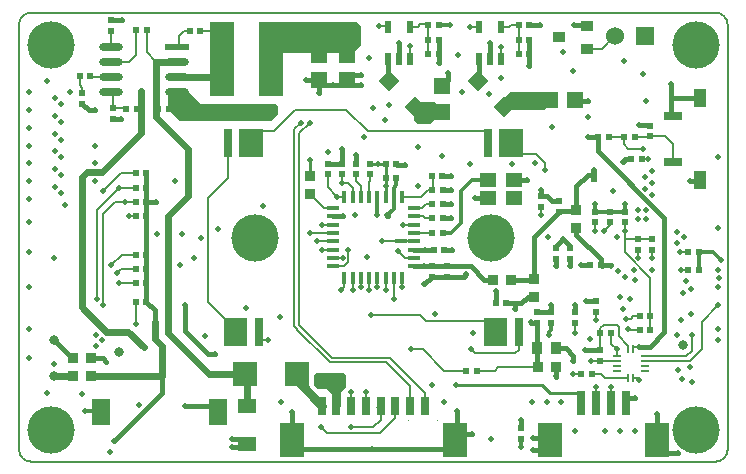
<source format=gbl>
%FSLAX44Y44*%
%MOMM*%
G71*
G01*
G75*
G04 Layer_Physical_Order=4*
G04 Layer_Color=16711680*
%ADD10R,0.5000X0.6000*%
%ADD11R,0.6000X0.5000*%
%ADD12R,0.5000X1.1000*%
%ADD13R,1.1000X0.5000*%
%ADD14R,0.8128X0.8128*%
%ADD15R,1.0160X0.8890*%
%ADD16R,2.4000X1.2500*%
%ADD17R,1.2000X1.2500*%
%ADD18R,0.8890X1.0160*%
%ADD19R,1.6002X1.2954*%
%ADD20R,0.7600X1.5200*%
%ADD21R,0.8128X0.8128*%
%ADD22R,1.0668X0.8128*%
G04:AMPARAMS|DCode=23|XSize=0.22mm|YSize=0.8mm|CornerRadius=0mm|HoleSize=0mm|Usage=FLASHONLY|Rotation=90.000|XOffset=0mm|YOffset=0mm|HoleType=Round|Shape=RoundedRectangle|*
%AMROUNDEDRECTD23*
21,1,0.2200,0.8000,0,0,90.0*
21,1,0.2200,0.8000,0,0,90.0*
1,1,0.0000,0.4000,0.1100*
1,1,0.0000,0.4000,-0.1100*
1,1,0.0000,-0.4000,-0.1100*
1,1,0.0000,-0.4000,0.1100*
%
%ADD23ROUNDEDRECTD23*%
G04:AMPARAMS|DCode=24|XSize=0.22mm|YSize=0.8mm|CornerRadius=0mm|HoleSize=0mm|Usage=FLASHONLY|Rotation=0.000|XOffset=0mm|YOffset=0mm|HoleType=Round|Shape=RoundedRectangle|*
%AMROUNDEDRECTD24*
21,1,0.2200,0.8000,0,0,0.0*
21,1,0.2200,0.8000,0,0,0.0*
1,1,0.0000,0.1100,-0.4000*
1,1,0.0000,-0.1100,-0.4000*
1,1,0.0000,-0.1100,0.4000*
1,1,0.0000,0.1100,0.4000*
%
%ADD24ROUNDEDRECTD24*%
%ADD25R,4.3000X4.3000*%
%ADD26R,0.7000X0.6000*%
%ADD27R,1.2500X0.3000*%
%ADD28R,0.7000X1.6000*%
%ADD29R,1.1000X1.4000*%
%ADD30R,1.6000X1.4000*%
%ADD31R,1.2000X2.2000*%
%ADD32R,1.2000X1.4000*%
%ADD33R,0.8000X1.6000*%
%ADD34R,1.4000X0.6000*%
%ADD35P,1.8385X4X90.0*%
%ADD36R,1.2700X0.5080*%
%ADD37R,1.3970X1.3970*%
%ADD38R,1.2000X1.6000*%
%ADD39R,1.5000X0.4000*%
%ADD40C,0.4000*%
%ADD41C,0.2000*%
%ADD42C,0.3000*%
%ADD43C,0.2540*%
%ADD44C,0.1270*%
%ADD45C,0.6000*%
%ADD46R,1.3000X1.2000*%
%ADD47C,0.0254*%
%ADD48C,4.4000*%
%ADD49C,0.5000*%
G04:AMPARAMS|DCode=50|XSize=4mm|YSize=4mm|CornerRadius=2mm|HoleSize=0mm|Usage=FLASHONLY|Rotation=0.000|XOffset=0mm|YOffset=0mm|HoleType=Round|Shape=RoundedRectangle|*
%AMROUNDEDRECTD50*
21,1,4.0000,0.0000,0,0,0.0*
21,1,0.0000,4.0000,0,0,0.0*
1,1,4.0000,0.0000,0.0000*
1,1,4.0000,0.0000,0.0000*
1,1,4.0000,0.0000,0.0000*
1,1,4.0000,0.0000,0.0000*
%
%ADD50ROUNDEDRECTD50*%
%ADD51R,1.5240X1.5240*%
%ADD52C,1.5240*%
%ADD53C,3.6000*%
%ADD54R,1.4000X1.2000*%
%ADD55R,0.4000X1.0000*%
%ADD56R,1.0000X0.4000*%
%ADD57R,1.6000X1.2000*%
%ADD58O,2.0320X0.6096*%
%ADD59R,2.0320X0.6096*%
%ADD60R,0.7250X2.3500*%
%ADD61R,1.3970X1.3970*%
%ADD62P,1.8385X4X180.0*%
%ADD63R,0.2000X0.7500*%
%ADD64R,0.7500X0.2000*%
%ADD65R,1.5000X0.8000*%
%ADD66R,1.0000X1.5000*%
%ADD67R,2.1000X3.0000*%
%ADD68R,0.8000X2.1000*%
%ADD69R,1.6000X2.2000*%
%ADD70C,0.8000*%
G04:AMPARAMS|DCode=71|XSize=2mm|YSize=2mm|CornerRadius=0mm|HoleSize=0mm|Usage=FLASHONLY|Rotation=180.000|XOffset=0mm|YOffset=0mm|HoleType=Round|Shape=RoundedRectangle|*
%AMROUNDEDRECTD71*
21,1,2.0000,2.0000,0,0,180.0*
21,1,2.0000,2.0000,0,0,180.0*
1,1,0.0000,-1.0000,1.0000*
1,1,0.0000,1.0000,1.0000*
1,1,0.0000,1.0000,-1.0000*
1,1,0.0000,-1.0000,-1.0000*
%
%ADD71ROUNDEDRECTD71*%
%ADD72R,2.1500X6.3000*%
%ADD73C,0.8000*%
%ADD74R,1.1000X0.4000*%
%ADD75R,1.9250X2.3500*%
%ADD76C,4.0000*%
G36*
X55500Y110500D02*
Y103500D01*
X48000Y96000D01*
X37650D01*
X34144Y99506D01*
Y112144D01*
X36000Y114000D01*
X52000D01*
X55500Y110500D01*
D02*
G37*
G36*
X189594Y57406D02*
Y47594D01*
X189000Y47000D01*
X185000D01*
X184127Y47873D01*
Y57533D01*
X185594Y59000D01*
X188000D01*
X189594Y57406D01*
D02*
G37*
G36*
X-23000Y-117000D02*
Y-127000D01*
X-27250Y-131250D01*
Y-143854D01*
X-35250D01*
Y-132750D01*
X-39566Y-128434D01*
X-47000D01*
X-50000Y-125434D01*
Y-117000D01*
X-48000Y-115000D01*
X-25000D01*
X-23000Y-117000D01*
D02*
G37*
G36*
X-10000Y178000D02*
Y163000D01*
X-16732Y156268D01*
X-84000D01*
Y179000D01*
X-81000Y182000D01*
X-14000D01*
X-10000Y178000D01*
D02*
G37*
G36*
X148340Y120160D02*
Y110840D01*
X145500Y108000D01*
X112500D01*
X108500Y112000D01*
Y115000D01*
X116500Y123000D01*
X145500D01*
X148340Y120160D01*
D02*
G37*
G36*
X-146000Y113000D02*
X-83000D01*
X-81000Y111000D01*
Y104000D01*
X-87000Y98000D01*
X-164000D01*
X-173885Y107885D01*
X-174019D01*
Y122730D01*
X-170749Y126000D01*
X-159000D01*
X-146000Y113000D01*
D02*
G37*
D10*
X49770Y28000D02*
D03*
X58770D02*
D03*
X49770Y16000D02*
D03*
X58770D02*
D03*
X19500Y50000D02*
D03*
X10500D02*
D03*
X49500Y52000D02*
D03*
X58500D02*
D03*
X49770Y40000D02*
D03*
X58770D02*
D03*
X123230Y167031D02*
D03*
X132230D02*
D03*
X55656Y154830D02*
D03*
X46656D02*
D03*
X55656Y179230D02*
D03*
X46656D02*
D03*
X234500Y-79000D02*
D03*
X225500D02*
D03*
X234500Y-67000D02*
D03*
X225500D02*
D03*
X-199978Y108729D02*
D03*
X-208978D02*
D03*
X190500Y85000D02*
D03*
X199500D02*
D03*
X-192101Y-55000D02*
D03*
X-201101D02*
D03*
X183500Y-24000D02*
D03*
X192500D02*
D03*
X103500Y-56000D02*
D03*
X112500D02*
D03*
X78500Y-113000D02*
D03*
X87500D02*
D03*
X60040Y-11000D02*
D03*
X51040D02*
D03*
X176000Y-116000D02*
D03*
X185000D02*
D03*
X221500Y85000D02*
D03*
X212500D02*
D03*
X19500Y62000D02*
D03*
X10500D02*
D03*
X-155354Y174853D02*
D03*
X-146354D02*
D03*
X266500Y-13000D02*
D03*
X275500D02*
D03*
Y-28000D02*
D03*
X266500D02*
D03*
X-239500Y136000D02*
D03*
X-248500D02*
D03*
X-192003Y175642D02*
D03*
X-201003D02*
D03*
X-173062Y108887D02*
D03*
X-182062D02*
D03*
X58770Y3500D02*
D03*
X49770D02*
D03*
X46656Y167031D02*
D03*
X55656D02*
D03*
X-201101Y30000D02*
D03*
X-192101D02*
D03*
X-201101Y42000D02*
D03*
X-192101D02*
D03*
X-201101Y18000D02*
D03*
X-192101D02*
D03*
X-201101Y-39000D02*
D03*
X-192101D02*
D03*
X-201101Y-15000D02*
D03*
X-192101D02*
D03*
X-201101Y-27000D02*
D03*
X-192101D02*
D03*
Y54000D02*
D03*
X-201101D02*
D03*
X201123Y-81350D02*
D03*
X192123D02*
D03*
X132230Y179230D02*
D03*
X123230D02*
D03*
Y154830D02*
D03*
X132230D02*
D03*
X227500Y66000D02*
D03*
X218500D02*
D03*
D11*
X-14588Y53230D02*
D03*
Y62230D02*
D03*
X-2730D02*
D03*
Y53230D02*
D03*
X142000Y34500D02*
D03*
Y25500D02*
D03*
X-38730Y53230D02*
D03*
Y62230D02*
D03*
X-26730Y53230D02*
D03*
Y62230D02*
D03*
X-220676Y99941D02*
D03*
Y108941D02*
D03*
X62081Y-24500D02*
D03*
Y-33500D02*
D03*
X188178Y-54500D02*
D03*
Y-63500D02*
D03*
X234000Y94500D02*
D03*
Y85500D02*
D03*
X139000Y-63500D02*
D03*
Y-72500D02*
D03*
X157000Y21500D02*
D03*
Y30500D02*
D03*
X150678Y-72500D02*
D03*
Y-63500D02*
D03*
X170678D02*
D03*
Y-72500D02*
D03*
X50000Y-33500D02*
D03*
Y-24500D02*
D03*
X-222000Y183500D02*
D03*
Y174500D02*
D03*
X200000Y21500D02*
D03*
Y12500D02*
D03*
X188000Y21500D02*
D03*
Y12500D02*
D03*
X236000Y-1500D02*
D03*
Y-10500D02*
D03*
X224000D02*
D03*
Y-1500D02*
D03*
X213000Y12500D02*
D03*
Y21500D02*
D03*
X-246450Y113000D02*
D03*
Y122000D02*
D03*
X166632Y-18534D02*
D03*
Y-9534D02*
D03*
X192000Y-95500D02*
D03*
Y-104500D02*
D03*
X155000Y-18500D02*
D03*
Y-9500D02*
D03*
X124750Y-170500D02*
D03*
Y-161500D02*
D03*
D12*
X108230Y177730D02*
D03*
X89230D02*
D03*
Y150730D02*
D03*
X98730D02*
D03*
X108230D02*
D03*
X31500Y177730D02*
D03*
X12500D02*
D03*
Y150730D02*
D03*
X22000D02*
D03*
X31500D02*
D03*
D14*
X-238830Y-117500D02*
D03*
X-254070D02*
D03*
X-238830Y-102500D02*
D03*
X-254070D02*
D03*
X116620Y-36000D02*
D03*
X101380D02*
D03*
X154620Y-110000D02*
D03*
X139380D02*
D03*
D18*
X155001Y-94000D02*
D03*
X138999D02*
D03*
D21*
X-54000Y36380D02*
D03*
Y51620D02*
D03*
X172000Y22620D02*
D03*
Y7380D02*
D03*
X136000Y-35135D02*
D03*
Y-50375D02*
D03*
D22*
X180544Y178589D02*
D03*
Y159513D02*
D03*
X157608Y169051D02*
D03*
D33*
X43750Y-142584D02*
D03*
X18750D02*
D03*
X-43750D02*
D03*
X-31250D02*
D03*
X-18750D02*
D03*
X-6250D02*
D03*
X6250D02*
D03*
X31250D02*
D03*
D37*
X170795Y116000D02*
D03*
X149205D02*
D03*
D40*
X-240950Y107500D02*
X-235900D01*
X-246450Y113000D02*
X-240950Y107500D01*
X112500Y-56000D02*
X120000D01*
Y-61000D02*
Y-56000D01*
X130678Y-50375D02*
X136000D01*
X120000Y-56000D02*
X125053D01*
X130678Y-50375D01*
X19500Y62000D02*
X20230D01*
Y61270D02*
X26842D01*
X133178Y-72500D02*
X139000D01*
X169500Y-105000D02*
Y-100500D01*
X163000Y-94000D02*
X169500Y-100500D01*
X155001Y-94000D02*
X163000D01*
X-185000Y-72000D02*
Y-62101D01*
X-192101Y-55000D02*
Y-37053D01*
Y-55000D02*
X-185000Y-62101D01*
X86340Y33340D02*
X97364D01*
X60040Y-11000D02*
X66500D01*
X50000Y-33500D02*
X62081D01*
X76500D02*
X78736Y-31263D01*
X62081Y-33500D02*
X76500D01*
X12000Y18000D02*
X12250Y18250D01*
X-220676Y99941D02*
X-213941D01*
X58770Y16000D02*
X66000D01*
X58770Y28000D02*
X66000D01*
X58770Y40000D02*
X66000D01*
X58500Y52000D02*
X66000D01*
X66000Y52000D01*
X151388Y30500D02*
X157000D01*
X147388Y34500D02*
X151388Y30500D01*
X142000Y34500D02*
X147388D01*
X141730Y34770D02*
Y40158D01*
X43000Y-40000D02*
X49500Y-33500D01*
X-34250Y17500D02*
X-25500D01*
X-14588Y62230D02*
Y69412D01*
X-26730Y62230D02*
Y74255D01*
X-38730Y62230D02*
X-26730D01*
X166632Y-24368D02*
Y-18534D01*
Y-9534D02*
Y-7866D01*
X160632Y-1866D02*
X166632Y-7866D01*
X155000Y-7498D02*
X160632Y-1866D01*
X155000Y-9500D02*
Y-7498D01*
X157795Y21795D02*
X171045D01*
X136000Y0D02*
X157795Y21795D01*
X136000Y-35135D02*
Y0D01*
X119364Y48340D02*
X130340D01*
X171045Y21795D02*
X172000Y22750D01*
X43500Y-10500D02*
X50540D01*
X34250D02*
X43500D01*
X43000Y-24500D02*
X65500D01*
X34250D02*
X43000D01*
X65500Y-24500D02*
X65500Y-24500D01*
X82500D01*
X94000Y-36000D02*
X101380D01*
X82500Y-24500D02*
X94000Y-36000D01*
X48000Y-24500D02*
X65500D01*
X192500Y-24000D02*
Y-18500D01*
X172000Y2000D02*
X192500Y-18500D01*
X172000Y2000D02*
Y7380D01*
X-238830Y-102500D02*
X-228982D01*
X-226140Y-105342D01*
X-270400Y-87500D02*
X-255400Y-102500D01*
X-254070D01*
X182000Y53000D02*
X187000D01*
X268040Y47700D02*
X276300D01*
X-69000Y-171334D02*
Y-148000D01*
X103500Y-56000D02*
Y-46000D01*
X116620Y-36000D02*
X135135D01*
X136000Y-35135D01*
X180500Y-54500D02*
X188178D01*
X170678Y-63500D02*
Y-57106D01*
X139000Y-63500D02*
X150678D01*
Y-57106D01*
X155000Y-24334D02*
Y-18500D01*
X176000Y-24000D02*
X183500D01*
X170000Y180000D02*
X179133D01*
X133000D02*
X141000D01*
X-219500Y-172500D02*
X-179000Y-132000D01*
X-140000Y-99000D02*
X-134000D01*
X-159500Y-79500D02*
X-140000Y-99000D01*
X-159500Y-79500D02*
Y-57500D01*
X-120000Y-171000D02*
X-111000D01*
X-120000Y-178000D02*
X-110000D01*
X-221500Y184000D02*
X-213000D01*
X-34000Y129000D02*
X-26042D01*
X-46000Y122000D02*
Y132603D01*
Y129000D02*
X-34000D01*
X-20000Y137112D02*
X-10000D01*
X-57000Y133000D02*
X-46397D01*
X62842Y132637D02*
Y138730D01*
X22000Y150730D02*
Y164230D01*
X98730Y150730D02*
Y164230D01*
X171795Y115000D02*
X182000D01*
X225000Y95000D02*
X233500D01*
X215000Y-136000D02*
X222000D01*
X190500Y72530D02*
X246450Y16580D01*
X190500Y72530D02*
Y85000D01*
X182000D02*
X190500D01*
X246450Y-80550D02*
Y16580D01*
X234000Y-93000D02*
X246450Y-80550D01*
X225000Y-93000D02*
X234000D01*
X-192101Y41899D02*
Y54000D01*
X179500Y-95500D02*
X192000D01*
X154620Y-118000D02*
Y-110000D01*
Y-118640D02*
Y-118000D01*
X132000Y145000D02*
Y154600D01*
X132230D02*
Y167230D01*
X193845Y-23892D02*
X201532D01*
X193845Y-24186D02*
Y-23892D01*
X-192101Y29704D02*
X-184000D01*
X-192101Y-37053D02*
Y29704D01*
Y41899D01*
X-159000Y-143000D02*
X-135930D01*
X172000Y43000D02*
X182000Y53000D01*
X172000Y22620D02*
Y22750D01*
Y43000D01*
X12500Y129500D02*
Y150730D01*
X89230Y128730D02*
Y150730D01*
X139000Y-110000D02*
Y-72500D01*
X123000Y-80000D02*
Y-70750D01*
X55656Y154830D02*
Y167031D01*
Y147156D02*
Y154830D01*
X-179000Y-132000D02*
Y-117500D01*
X135000Y-170000D02*
X148416D01*
X135000Y-180000D02*
X141584D01*
X71002Y-167002D02*
X83663D01*
X71000Y-169834D02*
Y-147000D01*
X246416Y-183000D02*
X258000D01*
X124750Y-161500D02*
Y-155250D01*
X240000Y-171584D02*
Y-150000D01*
X-61834Y-179000D02*
X-1000D01*
X61834D01*
X252000Y104600D02*
X253700Y102900D01*
X252000Y118000D02*
X276300D01*
X252000Y104600D02*
Y130000D01*
X213000Y66000D02*
X218500D01*
X211000Y64000D02*
X213000Y66000D01*
X-20000Y129000D02*
X-10000D01*
D41*
X-66000Y108000D02*
X-23000D01*
X-84000Y90000D02*
X-66000Y108000D01*
X-96249Y90000D02*
X-84000D01*
X-97000Y89249D02*
X-96249Y90000D01*
X-97000Y80000D02*
Y89249D01*
X-23000Y108000D02*
X-4500Y89500D01*
X-248500Y128500D02*
Y136000D01*
Y128500D02*
X-246450Y126450D01*
Y122000D02*
Y126450D01*
X-230244Y135756D02*
X-220699D01*
X-239491Y135990D02*
X-222080D01*
X218571Y-79000D02*
X225500D01*
X217071Y-77500D02*
X218571Y-79000D01*
X215500Y-77500D02*
X217071D01*
X213657Y-69000D02*
X217931D01*
X219931Y-67000D02*
X225500D01*
X217931Y-69000D02*
X219931Y-67000D01*
X278000Y-95000D02*
Y-71500D01*
X268000Y-105000D02*
X278000Y-95000D01*
X230000Y-105000D02*
X268000D01*
X278000Y-71500D02*
X292000Y-57500D01*
X-4500Y89500D02*
X95500D01*
X7500Y-3500D02*
X34250D01*
X-2000Y-66000D02*
X39664D01*
X44332Y-70668D01*
X-229000Y19578D02*
X-218578Y30000D01*
X-229000Y-57610D02*
Y19578D01*
X-234000Y23000D02*
X-215000Y42000D01*
X-234000Y-52500D02*
Y23000D01*
X-210500Y30000D02*
X-201101D01*
X-218578D02*
X-210500D01*
X-215000Y42000D02*
X-201101D01*
X-213000Y-15000D02*
X-201101D01*
X-222000Y-24000D02*
X-213000Y-15000D01*
X-213931Y-27000D02*
X-201101D01*
X-217000Y-30069D02*
X-213931Y-27000D01*
X-215000Y-39000D02*
X-201500D01*
X-207000Y18000D02*
X-201101D01*
X43000Y-40000D02*
X43500D01*
X-21000Y-20795D02*
Y-11000D01*
X-24705Y-24500D02*
X-21000Y-20795D01*
X-34250Y-24500D02*
X-24705D01*
X-34250Y-17500D02*
X-25500D01*
X138000Y70000D02*
X145000Y63000D01*
Y57000D02*
Y63000D01*
X123000Y70000D02*
X138000D01*
X123000Y70000D02*
X123000Y70000D01*
X123000Y70000D02*
Y80000D01*
X21000Y-12000D02*
X26500Y-17500D01*
X34250D01*
X-21730Y45730D02*
X-17500Y41500D01*
X-26730Y45730D02*
X-21730D01*
X-17500Y34250D02*
Y41500D01*
X142000Y18322D02*
Y25500D01*
X97000Y-80000D02*
Y-71000D01*
X96668Y-70668D02*
X97000Y-71000D01*
X44332Y-70668D02*
X96668D01*
X25500Y10500D02*
X34250D01*
X46000Y40000D02*
X49770D01*
X40250Y34250D02*
X46000Y40000D01*
X24500Y34250D02*
X40250D01*
X49770Y41000D02*
X50500D01*
X-3500Y34250D02*
Y47000D01*
X-2730Y47770D01*
Y53230D01*
X-14588Y47106D02*
Y53230D01*
Y47106D02*
X-10500Y43018D01*
Y34250D02*
Y43018D01*
X-38730Y42230D02*
X-30750Y34250D01*
X-26730Y45730D02*
Y53230D01*
X-38730Y42230D02*
Y53230D01*
X-30750Y34250D02*
X-24500D01*
X-54000Y36380D02*
X-42120Y24500D01*
X-34250D01*
X45000Y28000D02*
X49770D01*
X41500Y24500D02*
X45000Y28000D01*
X34250Y24500D02*
X41500D01*
X44000Y16000D02*
X49770D01*
X42500Y17500D02*
X44000Y16000D01*
X34250Y17500D02*
X42500D01*
X-24500Y-42000D02*
Y-34250D01*
X-27000Y-44500D02*
X-24500Y-42000D01*
X24500Y-42500D02*
Y-34250D01*
X10500Y-44500D02*
Y-34250D01*
X3500Y-42500D02*
Y-34250D01*
X-3500Y-44500D02*
Y-34250D01*
X-43500Y10500D02*
X-34250D01*
X-48013Y-3500D02*
X-34250D01*
X-54000Y3500D02*
X-34250D01*
X-43500Y-10500D02*
X-34250D01*
X-214000Y54000D02*
X-201101D01*
X-229000Y39000D02*
X-214000Y54000D01*
X17500Y-52500D02*
Y-34250D01*
X50500Y41000D02*
Y51000D01*
X34250Y3500D02*
X49770D01*
X-63000Y-74000D02*
X-35000Y-102000D01*
X-63000Y-74000D02*
Y88000D01*
X-54000Y97000D01*
X-64500Y-78500D02*
X-37000Y-106000D01*
X-67000Y91477D02*
X-61477Y97000D01*
X-67000Y-75657D02*
Y91477D01*
Y-75657D02*
X-64500Y-78157D01*
Y-78500D02*
Y-78157D01*
X-10500Y-42500D02*
Y-34250D01*
X-17500Y-44500D02*
Y-34250D01*
X-140000Y33000D02*
X-123000Y50000D01*
X-140000Y-55000D02*
Y33000D01*
Y-55000D02*
X-125499Y-69501D01*
Y-77501D02*
Y-69501D01*
Y-77501D02*
X-123000Y-80000D01*
X31250Y-142584D02*
Y-126250D01*
X11000Y-106000D02*
X31250Y-126250D01*
X-37000Y-106000D02*
X11000D01*
X14000Y-102000D02*
X43750Y-131750D01*
X-35000Y-102000D02*
X14000D01*
X223000Y-119000D02*
X225000Y-121000D01*
X220000Y-119000D02*
X223000D01*
X212500Y78500D02*
X216000Y75000D01*
X228000D01*
X212500Y78500D02*
Y85000D01*
X221500D02*
X233500D01*
X199500D02*
X212500D01*
X220000Y-93000D02*
X225000D01*
X200000Y10000D02*
Y12500D01*
X195000Y5000D02*
X200000Y10000D01*
X97000Y80000D02*
Y88000D01*
X95500Y89500D02*
X97000Y88000D01*
X-6250Y-142584D02*
Y-131000D01*
X-18750Y-142584D02*
Y-131000D01*
X137919Y-110000D02*
X138919Y-109000D01*
X103000Y-113000D02*
X106000Y-110000D01*
X137919D02*
X139380D01*
X106000D02*
X137919D01*
X87500Y-113000D02*
X103000D01*
X41680Y-94680D02*
X60000Y-113000D01*
X31680Y-94680D02*
X41680D01*
X31540Y-94820D02*
X31680Y-94680D01*
X83000Y-95000D02*
X86000Y-98000D01*
X120354D01*
X123000Y-95354D01*
Y-80000D01*
X60000Y-113000D02*
X78500D01*
X170678Y-81188D02*
Y-74500D01*
X188178Y-70000D02*
Y-63500D01*
X192000Y-95500D02*
Y-82000D01*
X185000Y-116000D02*
X193000D01*
X196000Y-119000D01*
X216000D01*
X180544Y159513D02*
X193513D01*
X204000Y170000D01*
X204300D01*
X46656Y154830D02*
Y180384D01*
X39884D02*
X46656D01*
X37500Y178000D02*
X39884Y180384D01*
X31500Y178000D02*
X37500D01*
X123230Y155230D02*
Y179230D01*
X116730D02*
X123230D01*
X108230Y177730D02*
X115230D01*
X116730Y179230D01*
X184500Y-104500D02*
X192000D01*
Y-105000D02*
X206000D01*
X201123Y-90123D02*
Y-81350D01*
Y-90123D02*
X206000Y-95000D01*
Y-101000D02*
Y-95000D01*
X-135930Y-143000D02*
X-131149Y-147781D01*
X6250Y-154750D02*
Y-142584D01*
X-19000Y-161000D02*
X-0D01*
X6250Y-154750D01*
X-44380Y-161000D02*
X-39380Y-166000D01*
X6000D01*
X18750Y-153250D01*
Y-142584D01*
X5000Y178500D02*
X12000D01*
X81730Y178230D02*
X88730D01*
X31500Y151000D02*
Y161500D01*
X108230Y150730D02*
Y161230D01*
X43750Y-142584D02*
Y-131750D01*
X206000Y-74000D02*
X208000Y-76000D01*
X192123Y-81350D02*
Y-76961D01*
X195083Y-74000D01*
X206000D01*
X169500Y-116000D02*
X176000D01*
X213000Y5000D02*
Y12500D01*
X224000Y-17500D02*
Y-10500D01*
X236000Y-17500D02*
Y-10500D01*
X234500Y-79000D02*
Y-67000D01*
Y-34500D01*
X213000Y-13000D02*
X234500Y-34500D01*
X213000Y-13000D02*
Y5000D01*
Y-1000D02*
X213500Y-1500D01*
X236000D01*
X208000Y-84000D02*
Y-76000D01*
Y-84000D02*
X216000Y-92000D01*
Y-95000D02*
Y-92000D01*
X187979Y5000D02*
Y12479D01*
X259500Y-12500D02*
X266000D01*
X260500Y-28000D02*
X266500D01*
X-220699Y108964D02*
Y123056D01*
Y108964D02*
X-220676Y108941D01*
X-209190D01*
X-201101Y-73500D02*
Y-55000D01*
X-97000Y-84000D02*
Y-80000D01*
Y-84000D02*
X-94000Y-87000D01*
X-89000D01*
X-123000Y50000D02*
Y80000D01*
X115000Y73000D02*
X118366Y76366D01*
X122467D01*
X270000Y-96000D02*
Y-82500D01*
X265000Y-101000D02*
X270000Y-96000D01*
X230000Y-101000D02*
X265000D01*
X-222080Y161390D02*
Y174291D01*
X-201003Y153997D02*
Y175642D01*
X-206544Y148456D02*
X-201003Y153997D01*
X-220699Y148456D02*
X-206544D01*
X-146354Y174853D02*
X-133853D01*
X-127831Y168831D01*
Y150546D02*
Y168831D01*
X-160147Y174853D02*
X-155354D01*
X-164819Y170181D02*
X-160147Y174853D01*
X-164819Y161156D02*
Y170181D01*
X-192003Y156793D02*
X-183666Y148456D01*
X-192003Y156793D02*
Y175642D01*
X188750Y-140584D02*
Y-126587D01*
X201250Y-140584D02*
Y-126587D01*
Y-126250D01*
X247349Y85500D02*
X253700Y79149D01*
X234000Y85500D02*
X247349D01*
X253700Y63200D02*
Y79149D01*
X227500Y66000D02*
X233000D01*
X289941Y-190000D02*
G03*
X299941Y-180000I0J10000D01*
G01*
Y180000D02*
G03*
X289941Y190000I-10000J0D01*
G01*
X-300000Y-180000D02*
G03*
X-290000Y-190000I10000J0D01*
G01*
Y190000D02*
G03*
X-300000Y180000I0J-10000D01*
G01*
X300000Y-180000D02*
Y180000D01*
X-300000Y-180000D02*
Y180000D01*
X-290000Y-190000D02*
X289941Y-190000D01*
X-290000Y190000D02*
X289941Y190000D01*
X-290000D02*
G03*
X-300000Y180000I0J-10000D01*
G01*
Y-180000D02*
G03*
X-290000Y-190000I10000J0D01*
G01*
X299941Y180000D02*
G03*
X289941Y190000I-10000J0D01*
G01*
Y-190000D02*
G03*
X299941Y-180000I0J10000D01*
G01*
X-290000Y190000D02*
X289941Y190000D01*
X-290000Y-190000D02*
X289941Y-190000D01*
X-300000Y-180000D02*
Y180000D01*
X300000Y-180000D02*
Y180000D01*
D42*
X124750Y-177750D02*
Y-170500D01*
X150678Y-79000D02*
Y-72500D01*
X149000Y-80678D02*
X150678Y-79000D01*
X149000Y-83000D02*
Y-80678D01*
X12000Y18500D02*
X17500Y24000D01*
Y34250D01*
X19500Y44000D02*
Y50000D01*
X17500Y42000D02*
X19500Y44000D01*
X17500Y34250D02*
Y42000D01*
X3500Y18500D02*
Y34250D01*
X74000Y39000D02*
X83340Y48340D01*
X58770Y3500D02*
X65500D01*
X74000Y12000D01*
Y39000D01*
X83340Y48340D02*
X97364D01*
X-244000Y-147000D02*
X-231430D01*
X188000Y21500D02*
X213000D01*
Y28000D01*
X188000Y21500D02*
Y28000D01*
X56426Y180000D02*
X65000D01*
X288000Y-13000D02*
X294000Y-19000D01*
X275500Y-13000D02*
X288000D01*
X275500Y-28000D02*
Y-13000D01*
D43*
X150000Y-132000D02*
X173000D01*
X143000Y-125000D02*
X150000Y-132000D01*
X70000Y-125000D02*
X143000D01*
X-2730Y62230D02*
X4000D01*
X10270D01*
X-54000Y51620D02*
Y65000D01*
X10500Y43500D02*
Y62000D01*
X10270Y62230D02*
X10500Y62000D01*
Y34250D02*
Y43500D01*
D45*
X-197000Y87855D02*
Y124000D01*
X-229855Y55000D02*
X-197000Y87855D01*
X-242000Y55000D02*
X-229855D01*
X-157000Y35000D02*
Y75000D01*
X-183666Y101666D02*
X-157000Y75000D01*
X-183666Y101666D02*
Y148456D01*
X-226000Y-80000D02*
X-207616D01*
X-246450Y-59550D02*
X-226000Y-80000D01*
X-246450Y-59550D02*
Y50550D01*
X-185000Y-86000D02*
Y-72000D01*
X-270400Y-117500D02*
X-254070D01*
X-246450Y50550D02*
X-242000Y55000D01*
X-174000Y18000D02*
X-157000Y35000D01*
X-174000Y-81000D02*
Y18000D01*
Y-81000D02*
X-139000Y-116000D01*
X-207616Y-80000D02*
X-194442Y-93174D01*
X-238830Y-117500D02*
X-179000D01*
X-164819Y135756D02*
X-131293D01*
X-183666Y148456D02*
X-164819D01*
X-139000Y-116000D02*
X-109000D01*
X-107000Y-118000D01*
Y-143000D02*
Y-118000D01*
X-179000Y-117500D02*
Y-92000D01*
X-185000Y-86000D02*
X-179000Y-92000D01*
D47*
X53993Y-154584D02*
X54000D01*
X27493Y-143984D02*
X27500D01*
X2493D02*
X2500D01*
X28993Y-154584D02*
X29000D01*
D49*
X-276200Y-132000D02*
D03*
Y132000D02*
D03*
X60000Y-140000D02*
D03*
X50000Y-125000D02*
D03*
X-96000Y105000D02*
D03*
X-108000D02*
D03*
X-120000D02*
D03*
X-132000D02*
D03*
X-144000D02*
D03*
X260500Y-70000D02*
D03*
X269000Y-65000D02*
D03*
X7500Y-3500D02*
D03*
X25500Y10500D02*
D03*
X-222000Y-24000D02*
D03*
X-217000Y-30069D02*
D03*
X-207000Y18000D02*
D03*
X86340Y33340D02*
D03*
X66500Y-11000D02*
D03*
X108000Y135000D02*
D03*
X10000Y99000D02*
D03*
X-15131Y19131D02*
D03*
X12000Y18500D02*
D03*
X3500D02*
D03*
X-213941Y99941D02*
D03*
X66000Y16000D02*
D03*
Y28000D02*
D03*
Y40000D02*
D03*
X66000Y52000D02*
D03*
X-5000Y-16431D02*
D03*
X-21000Y-11000D02*
D03*
X-25500Y17500D02*
D03*
X-38596Y72000D02*
D03*
X-26730Y74255D02*
D03*
X4000Y62230D02*
D03*
X-54000Y65000D02*
D03*
X145000Y57000D02*
D03*
X151620Y93620D02*
D03*
X21000Y-12000D02*
D03*
X166632Y-24368D02*
D03*
X142000Y18322D02*
D03*
X130340Y48340D02*
D03*
X37500Y43000D02*
D03*
X-3500Y-44500D02*
D03*
X-54000Y3500D02*
D03*
X-43500Y-10500D02*
D03*
X17500Y-52500D02*
D03*
X43000Y-24500D02*
D03*
X3500Y-42500D02*
D03*
X24500D02*
D03*
X-26730Y45730D02*
D03*
X58000Y69000D02*
D03*
X37500Y76000D02*
D03*
X-8000Y84500D02*
D03*
X43500Y-10500D02*
D03*
X10500Y43500D02*
D03*
X-31000Y34000D02*
D03*
X-43500Y10500D02*
D03*
X-25500Y-17500D02*
D03*
X-48013Y-3500D02*
D03*
X43000Y-40000D02*
D03*
X-10500Y-42500D02*
D03*
X-17500Y-44500D02*
D03*
X-27000D02*
D03*
X187000Y49431D02*
D03*
X268040Y47700D02*
D03*
X141730Y40158D02*
D03*
X183313Y-86000D02*
D03*
X100000Y-171000D02*
D03*
X213000Y28000D02*
D03*
X188000D02*
D03*
X-156000Y105000D02*
D03*
X-194442Y-93174D02*
D03*
X-93000Y26000D02*
D03*
X78736Y-31263D02*
D03*
X-26000Y-118000D02*
D03*
Y-125000D02*
D03*
X-33000D02*
D03*
X-47000D02*
D03*
X-40000Y-118000D02*
D03*
X-47000D02*
D03*
X-33000D02*
D03*
X-235900Y107500D02*
D03*
X-257000Y122500D02*
D03*
X-235900Y77500D02*
D03*
Y62500D02*
D03*
Y47500D02*
D03*
X-246523Y-133123D02*
D03*
X-270400Y-107500D02*
D03*
X-291500Y-102500D02*
D03*
Y-77500D02*
D03*
Y-42500D02*
D03*
X-270400Y-17500D02*
D03*
X-291500Y-12500D02*
D03*
Y12500D02*
D03*
Y32500D02*
D03*
Y47500D02*
D03*
Y62500D02*
D03*
Y77500D02*
D03*
Y92500D02*
D03*
Y107500D02*
D03*
X-156270Y117000D02*
D03*
X-163270D02*
D03*
X-34000Y129000D02*
D03*
X-46000Y122000D02*
D03*
X-57000Y133000D02*
D03*
X222000Y-136000D02*
D03*
X257000Y-82500D02*
D03*
X182000Y85000D02*
D03*
X228000Y75000D02*
D03*
X230000Y51000D02*
D03*
Y41000D02*
D03*
X169500Y-105000D02*
D03*
X13000Y112000D02*
D03*
X180500Y-54500D02*
D03*
X-152000Y-18000D02*
D03*
X-162000Y3000D02*
D03*
X-146000Y-1000D02*
D03*
X-108000Y-60000D02*
D03*
X-142359Y-83431D02*
D03*
X-1000Y-179000D02*
D03*
X135000Y-170000D02*
D03*
X258000Y-183000D02*
D03*
X203000Y39000D02*
D03*
X136500Y62500D02*
D03*
X98000Y121000D02*
D03*
X181500Y102000D02*
D03*
X252000Y130000D02*
D03*
X228730Y137842D02*
D03*
X170000Y180000D02*
D03*
X65000D02*
D03*
X98730Y164230D02*
D03*
X-4000Y152000D02*
D03*
X22000Y164230D02*
D03*
X-213000Y184000D02*
D03*
X-291500Y122500D02*
D03*
X179500Y-95500D02*
D03*
X31680Y-94680D02*
D03*
X132000Y145000D02*
D03*
X75000Y123000D02*
D03*
X83000Y-95000D02*
D03*
X-264363Y67500D02*
D03*
X-198500Y-142500D02*
D03*
X-261000Y27000D02*
D03*
X51851Y-65297D02*
D03*
X-10000Y137112D02*
D03*
X-69000Y-148000D02*
D03*
X-79000Y-68000D02*
D03*
X182000Y115000D02*
D03*
X150678Y-57106D02*
D03*
X0Y109620D02*
D03*
X292000Y67500D02*
D03*
X-120000Y-171000D02*
D03*
X236270Y35842D02*
D03*
X81730Y178230D02*
D03*
X-234556Y-92575D02*
D03*
X-40000Y-125000D02*
D03*
X170678Y-81188D02*
D03*
X71000Y-147000D02*
D03*
X225000Y-121000D02*
D03*
X201640Y-24059D02*
D03*
X206000Y500D02*
D03*
X231200Y22800D02*
D03*
X224354D02*
D03*
Y15298D02*
D03*
X231200D02*
D03*
X257000Y-5000D02*
D03*
X236270Y45842D02*
D03*
X224000Y-17500D02*
D03*
X220979Y-28000D02*
D03*
X293000Y-35000D02*
D03*
X263000Y0D02*
D03*
X72000Y154000D02*
D03*
X141000Y180000D02*
D03*
X62842Y138730D02*
D03*
X-223000Y-182000D02*
D03*
X-14588Y69412D02*
D03*
X236000Y56000D02*
D03*
X-170000Y117000D02*
D03*
X-131268Y7000D02*
D03*
X-244000Y-147000D02*
D03*
X26842Y61270D02*
D03*
X-78000Y-140000D02*
D03*
X-183000Y3000D02*
D03*
X292000Y-87500D02*
D03*
X211000Y64000D02*
D03*
X84500Y-81500D02*
D03*
X10500Y-44500D02*
D03*
X212000Y149000D02*
D03*
X294000Y-19000D02*
D03*
X270000Y-122500D02*
D03*
X268000Y-110000D02*
D03*
X225000Y95000D02*
D03*
X257000Y4270D02*
D03*
X170678Y-57106D02*
D03*
X103500Y-46000D02*
D03*
X176000Y-24000D02*
D03*
X155000Y-24334D02*
D03*
X-270400Y-87500D02*
D03*
Y-117500D02*
D03*
X-264363Y52500D02*
D03*
X-269250Y57500D02*
D03*
X-264363Y37500D02*
D03*
X-269250Y42500D02*
D03*
X292000Y7500D02*
D03*
X120000Y-61000D02*
D03*
X292000Y-42500D02*
D03*
Y-77500D02*
D03*
X270000Y-82500D02*
D03*
X292000Y-57500D02*
D03*
X-269250Y72500D02*
D03*
X262000Y-47000D02*
D03*
X209000Y-51000D02*
D03*
X211500Y-60500D02*
D03*
X213000Y-34000D02*
D03*
X187979Y5000D02*
D03*
X265000Y-37500D02*
D03*
X269000Y-44000D02*
D03*
X217000Y-52000D02*
D03*
X222000Y-36000D02*
D03*
X236000Y-27500D02*
D03*
X149000Y-83000D02*
D03*
X133178Y-72250D02*
D03*
X188178Y-70000D02*
D03*
X-269250Y87500D02*
D03*
X-264363Y82500D02*
D03*
X-269250Y102500D02*
D03*
X-264363Y97500D02*
D03*
X-269250Y117500D02*
D03*
X-264363Y112500D02*
D03*
X-164000Y-24000D02*
D03*
X-215000Y42000D02*
D03*
X-234000Y-52500D02*
D03*
X-210500Y30000D02*
D03*
X-229000Y-57610D02*
D03*
X-234750Y-82500D02*
D03*
X-229863Y-87500D02*
D03*
X160632Y-1866D02*
D03*
X-215000Y-39000D02*
D03*
X-184000Y29704D02*
D03*
X-229000Y39000D02*
D03*
X148000Y0D02*
D03*
X206000Y-95000D02*
D03*
X215500Y-77500D02*
D03*
X258000Y-112500D02*
D03*
X233000Y66000D02*
D03*
X-20000Y177000D02*
D03*
X-30000D02*
D03*
X-40000D02*
D03*
X-51000D02*
D03*
X-20000Y168000D02*
D03*
X-30000D02*
D03*
X-40000D02*
D03*
X-51000D02*
D03*
X5000Y178500D02*
D03*
X31500Y161500D02*
D03*
X108230Y161230D02*
D03*
X184500Y-104500D02*
D03*
X-219500Y-172500D02*
D03*
X-159000Y-143000D02*
D03*
X-120000Y-178000D02*
D03*
X-6250Y-131000D02*
D03*
X-19000Y-161000D02*
D03*
X-44380D02*
D03*
X-18750Y-131000D02*
D03*
X169500Y-116000D02*
D03*
X213000Y5000D02*
D03*
X213657Y-69000D02*
D03*
X292000Y-27500D02*
D03*
X207000Y-29000D02*
D03*
X195000Y5000D02*
D03*
X236000Y-17500D02*
D03*
X117226Y62000D02*
D03*
X81496Y62270D02*
D03*
X187000Y56569D02*
D03*
X259500Y-12500D02*
D03*
X260500Y-28000D02*
D03*
X240000Y-150000D02*
D03*
X-226140Y-105342D02*
D03*
X40000Y100000D02*
D03*
X45000Y105000D02*
D03*
X225000Y-93000D02*
D03*
X161000Y157000D02*
D03*
X125000Y120000D02*
D03*
X130000Y112000D02*
D03*
X-61477Y97000D02*
D03*
X169500Y140500D02*
D03*
X-54000Y97000D02*
D03*
X-197000Y124000D02*
D03*
X154620Y-118000D02*
D03*
X-168000Y47500D02*
D03*
X-201101Y-73500D02*
D03*
X-89000Y-87000D02*
D03*
X-2000Y-66000D02*
D03*
X-134000Y-99000D02*
D03*
X-159500Y-57500D02*
D03*
X262000Y-91000D02*
D03*
X55656Y147156D02*
D03*
X231000Y115000D02*
D03*
X-215000Y-97500D02*
D03*
X-185000Y-72000D02*
D03*
X-185198Y-78802D02*
D03*
X135000Y-180000D02*
D03*
X124750Y-177750D02*
D03*
X83663Y-167002D02*
D03*
X124750Y-155250D02*
D03*
X70000Y-125000D02*
D03*
X188750Y-126587D02*
D03*
X201250D02*
D03*
X261000Y-120000D02*
D03*
X196250Y-164000D02*
D03*
X146730Y-139643D02*
D03*
X208750Y-164000D02*
D03*
X134523Y-139643D02*
D03*
X221250Y-164000D02*
D03*
X158993Y-139643D02*
D03*
X171000Y-164000D02*
D03*
X-10000Y129000D02*
D03*
X-273000Y179000D02*
D03*
X-285000Y152000D02*
D03*
X-289000Y163000D02*
D03*
X-262000Y174000D02*
D03*
X-273000Y147000D02*
D03*
X-285000Y174000D02*
D03*
X-257000Y163000D02*
D03*
X-262000Y151000D02*
D03*
X-273000Y-147000D02*
D03*
X-285000Y-174000D02*
D03*
X-289000Y-163000D02*
D03*
X-262000Y-152000D02*
D03*
X-273000Y-179000D02*
D03*
X-285000Y-152000D02*
D03*
X-257000Y-163000D02*
D03*
X-262000Y-175000D02*
D03*
X273000Y-147000D02*
D03*
X261000Y-174000D02*
D03*
X257000Y-163000D02*
D03*
X284000Y-152000D02*
D03*
X273000Y-179000D02*
D03*
X261000Y-152000D02*
D03*
X289000Y-163000D02*
D03*
X284000Y-175000D02*
D03*
X273000Y179000D02*
D03*
X261000Y152000D02*
D03*
X257000Y163000D02*
D03*
X284000Y174000D02*
D03*
X273000Y147000D02*
D03*
X261000Y174000D02*
D03*
X289000Y163000D02*
D03*
X284000Y151000D02*
D03*
D50*
X-273000Y163000D02*
D03*
X273000D02*
D03*
X-273000Y-163000D02*
D03*
X273000D02*
D03*
D51*
X229700Y170000D02*
D03*
D52*
X204300D02*
D03*
D54*
X119364Y48340D02*
D03*
X97364D02*
D03*
Y33340D02*
D03*
X119364D02*
D03*
D55*
X-24500Y34250D02*
D03*
X-17500D02*
D03*
X-10500D02*
D03*
X17500D02*
D03*
X10500D02*
D03*
X3500D02*
D03*
X-3500D02*
D03*
X-24500Y-34250D02*
D03*
X-17500D02*
D03*
X-10500D02*
D03*
X17500D02*
D03*
X10500D02*
D03*
X3500D02*
D03*
X-3500D02*
D03*
X24500D02*
D03*
Y34250D02*
D03*
D56*
X-34250Y-3500D02*
D03*
Y3500D02*
D03*
Y10500D02*
D03*
Y17500D02*
D03*
Y24500D02*
D03*
Y-10500D02*
D03*
Y-17500D02*
D03*
Y-24500D02*
D03*
X34250D02*
D03*
Y-17500D02*
D03*
Y-10500D02*
D03*
Y24500D02*
D03*
Y17500D02*
D03*
Y10500D02*
D03*
Y3500D02*
D03*
Y-3500D02*
D03*
D57*
X-107000Y-143000D02*
D03*
Y-175000D02*
D03*
D58*
X-222080Y161390D02*
D03*
Y148691D02*
D03*
Y135990D02*
D03*
Y123291D02*
D03*
X-166200D02*
D03*
Y135990D02*
D03*
Y148691D02*
D03*
D59*
Y161390D02*
D03*
D60*
X-123000Y80000D02*
D03*
X-97000D02*
D03*
X97000D02*
D03*
X123000D02*
D03*
Y-80000D02*
D03*
X97000D02*
D03*
X-97000D02*
D03*
X-123000D02*
D03*
D61*
X-46251Y154443D02*
D03*
Y132853D02*
D03*
X58000Y106205D02*
D03*
Y127795D02*
D03*
X-22189Y132853D02*
D03*
Y154443D02*
D03*
D62*
X13000Y132000D02*
D03*
X35000Y110000D02*
D03*
X89000Y132000D02*
D03*
X111000Y110000D02*
D03*
D63*
X216000Y-95000D02*
D03*
X220000D02*
D03*
Y-119000D02*
D03*
X216000D02*
D03*
D64*
X230000Y-101000D02*
D03*
Y-105000D02*
D03*
Y-109000D02*
D03*
Y-113000D02*
D03*
X206000D02*
D03*
Y-109000D02*
D03*
Y-105000D02*
D03*
Y-101000D02*
D03*
D65*
X253700Y63200D02*
D03*
Y102900D02*
D03*
D66*
X276300Y48000D02*
D03*
Y118000D02*
D03*
D67*
X240000Y-171584D02*
D03*
X150000D02*
D03*
X69250D02*
D03*
X-69250D02*
D03*
D68*
X176250Y-140584D02*
D03*
X188750D02*
D03*
X201250D02*
D03*
X213750D02*
D03*
D69*
X-230649Y-147781D02*
D03*
X-131149D02*
D03*
D70*
X-270400Y-87500D02*
D03*
Y-117500D02*
D03*
X262000Y-91000D02*
D03*
X-215000Y-97500D02*
D03*
D71*
X-65000Y-116000D02*
D03*
X-109000D02*
D03*
D72*
X-127831Y150546D02*
D03*
X-86331D02*
D03*
D73*
X-65000Y-121334D02*
Y-116000D01*
Y-121334D02*
X-43750Y-142584D01*
D74*
X23749Y-3499D02*
D03*
D75*
X-104124Y80000D02*
D03*
X115874Y79999D02*
D03*
X104125Y-79999D02*
D03*
X-115874Y-80001D02*
D03*
D76*
X-100000Y-1000D02*
D03*
X100000D02*
D03*
M02*

</source>
